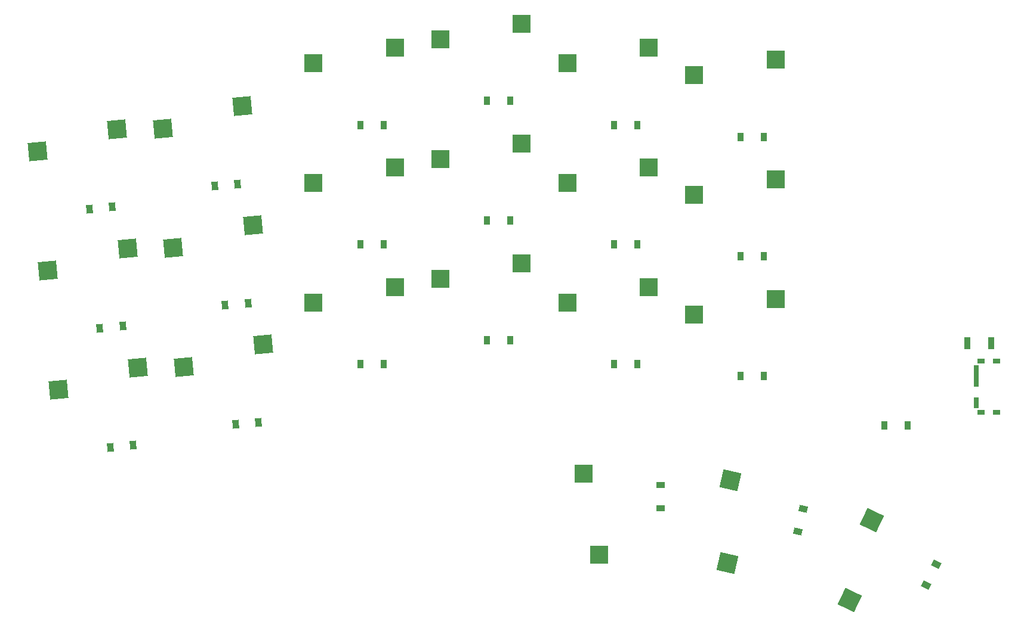
<source format=gbr>
%TF.GenerationSoftware,KiCad,Pcbnew,(6.0.6)*%
%TF.CreationDate,2022-07-14T02:02:07+02:00*%
%TF.ProjectId,main_wired2,6d61696e-5f77-4697-9265-64322e6b6963,v1.0.0*%
%TF.SameCoordinates,Original*%
%TF.FileFunction,Paste,Top*%
%TF.FilePolarity,Positive*%
%FSLAX46Y46*%
G04 Gerber Fmt 4.6, Leading zero omitted, Abs format (unit mm)*
G04 Created by KiCad (PCBNEW (6.0.6)) date 2022-07-14 02:02:07*
%MOMM*%
%LPD*%
G01*
G04 APERTURE LIST*
G04 Aperture macros list*
%AMRotRect*
0 Rectangle, with rotation*
0 The origin of the aperture is its center*
0 $1 length*
0 $2 width*
0 $3 Rotation angle, in degrees counterclockwise*
0 Add horizontal line*
21,1,$1,$2,0,0,$3*%
G04 Aperture macros list end*
%ADD10RotRect,0.900000X1.200000X64.000000*%
%ADD11R,0.900000X1.200000*%
%ADD12RotRect,2.600000X2.600000X77.000000*%
%ADD13RotRect,0.900000X1.200000X5.000000*%
%ADD14RotRect,2.600000X2.600000X64.000000*%
%ADD15R,2.600000X2.600000*%
%ADD16R,1.200000X0.900000*%
%ADD17RotRect,2.600000X2.600000X5.000000*%
%ADD18R,0.900000X1.700000*%
%ADD19R,1.000000X0.800000*%
%ADD20R,0.700000X1.500000*%
%ADD21RotRect,0.900000X1.200000X77.000000*%
G04 APERTURE END LIST*
D10*
%TO.C,D21*%
X124446301Y-22894514D03*
X125892925Y-19928494D03*
%TD*%
D11*
%TO.C,D12*%
X62177819Y45911938D03*
X65477819Y45911938D03*
%TD*%
D12*
%TO.C,S20*%
X96699756Y-8011262D03*
X96245185Y-19760129D03*
%TD*%
D13*
%TO.C,D6*%
X23520780Y33845128D03*
X26808222Y34132742D03*
%TD*%
D11*
%TO.C,D9*%
X44177820Y42511937D03*
X47477820Y42511937D03*
%TD*%
D14*
%TO.C,S21*%
X116763483Y-13667792D03*
X113677643Y-25013280D03*
%TD*%
D11*
%TO.C,D14*%
X80177820Y25511940D03*
X83477820Y25511940D03*
%TD*%
D15*
%TO.C,S12*%
X67102818Y56861937D03*
X55552818Y54661937D03*
%TD*%
%TO.C,S18*%
X103102820Y51761940D03*
X91552820Y49561940D03*
%TD*%
D16*
%TO.C,D19*%
X86827818Y-11938061D03*
X86827818Y-8638061D03*
%TD*%
D13*
%TO.C,D3*%
X5737440Y30582789D03*
X9024882Y30870403D03*
%TD*%
D17*
%TO.C,S2*%
X11170991Y24985053D03*
X-143315Y21786775D03*
%TD*%
D15*
%TO.C,S9*%
X49102820Y53461938D03*
X37552820Y51261938D03*
%TD*%
D13*
%TO.C,D4*%
X26484075Y-25495D03*
X29771517Y262119D03*
%TD*%
D18*
%TO.C,*%
X133727819Y11511938D03*
X130327819Y11511938D03*
%TD*%
D17*
%TO.C,S6*%
X27472682Y45182702D03*
X16158376Y41984424D03*
%TD*%
D11*
%TO.C,D22*%
X118577820Y-188061D03*
X121877820Y-188061D03*
%TD*%
D17*
%TO.C,S1*%
X12652641Y8049742D03*
X1338335Y4851464D03*
%TD*%
D11*
%TO.C,D11*%
X62177817Y28911940D03*
X65477817Y28911940D03*
%TD*%
D17*
%TO.C,S4*%
X30435976Y11312080D03*
X19121670Y8113802D03*
%TD*%
D11*
%TO.C,D15*%
X80177819Y42511939D03*
X83477819Y42511939D03*
%TD*%
D13*
%TO.C,D5*%
X25002427Y16909819D03*
X28289869Y17197433D03*
%TD*%
D11*
%TO.C,D17*%
X98177819Y23811936D03*
X101477819Y23811936D03*
%TD*%
%TO.C,D8*%
X44177818Y25511938D03*
X47477818Y25511938D03*
%TD*%
%TO.C,D16*%
X98177820Y6811937D03*
X101477820Y6811937D03*
%TD*%
D15*
%TO.C,S8*%
X49102817Y36461940D03*
X37552817Y34261940D03*
%TD*%
%TO.C,S17*%
X103102820Y34761939D03*
X91552820Y32561939D03*
%TD*%
D19*
%TO.C,*%
X134457821Y8961939D03*
X132247821Y8961939D03*
X134457821Y1661939D03*
X132247821Y1661939D03*
D20*
X131597821Y3061939D03*
X131597821Y6061939D03*
X131597821Y7561939D03*
%TD*%
D11*
%TO.C,D10*%
X62177817Y11911938D03*
X65477817Y11911938D03*
%TD*%
D15*
%TO.C,S11*%
X67102819Y39861939D03*
X55552819Y37661939D03*
%TD*%
%TO.C,S16*%
X103102820Y17761938D03*
X91552820Y15561938D03*
%TD*%
%TO.C,S19*%
X75877821Y-7013060D03*
X78077821Y-18563060D03*
%TD*%
D13*
%TO.C,D2*%
X7219088Y13647483D03*
X10506530Y13935097D03*
%TD*%
D17*
%TO.C,S5*%
X28954332Y28247387D03*
X17640026Y25049109D03*
%TD*%
D11*
%TO.C,D18*%
X98177818Y40811939D03*
X101477818Y40811939D03*
%TD*%
D15*
%TO.C,S14*%
X85102819Y36461935D03*
X73552819Y34261935D03*
%TD*%
D11*
%TO.C,D7*%
X44177821Y8511938D03*
X47477821Y8511938D03*
%TD*%
%TO.C,D13*%
X80177821Y8511940D03*
X83477821Y8511940D03*
%TD*%
D15*
%TO.C,S15*%
X85102820Y53461935D03*
X73552820Y51261935D03*
%TD*%
%TO.C,S10*%
X67102818Y22861938D03*
X55552818Y20661938D03*
%TD*%
D21*
%TO.C,D20*%
X106261224Y-15273249D03*
X107003562Y-12057827D03*
%TD*%
D15*
%TO.C,S13*%
X85102818Y19461937D03*
X73552818Y17261937D03*
%TD*%
%TO.C,S7*%
X49102817Y19461941D03*
X37552817Y17261941D03*
%TD*%
D13*
%TO.C,D1*%
X8700736Y-3287828D03*
X11988178Y-3000214D03*
%TD*%
D17*
%TO.C,S3*%
X9689344Y41920365D03*
X-1624962Y38722087D03*
%TD*%
M02*

</source>
